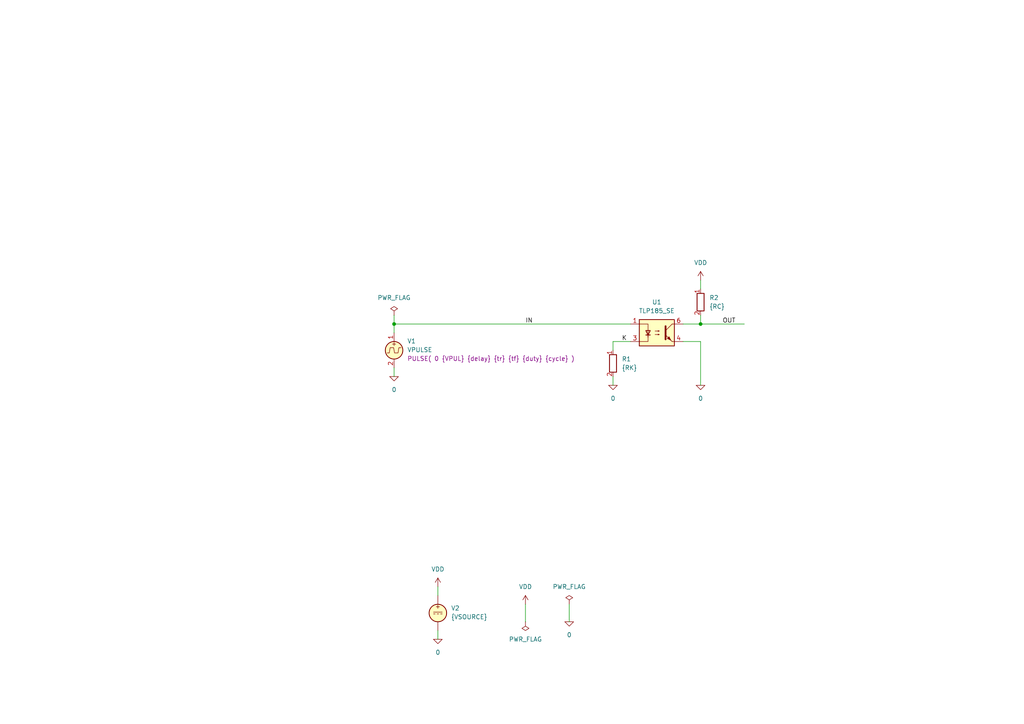
<source format=kicad_sch>
(kicad_sch
	(version 20250114)
	(generator "eeschema")
	(generator_version "9.0")
	(uuid "6b17515a-6c4a-46ec-a63b-b833ce46a3c4")
	(paper "A4")
	(title_block
		(title "Max:50Ma; Isolation Voltage:3.75Kv; Ctr Min:50%, DC.")
		(date "2025-07-08")
		(rev "1")
		(company "astroelectronic@")
		(comment 1 "-")
		(comment 2 "-")
		(comment 3 "-")
		(comment 4 "AE01009185")
	)
	(lib_symbols
		(symbol "TLP185:0"
			(power)
			(pin_names
				(offset 0)
			)
			(exclude_from_sim no)
			(in_bom yes)
			(on_board yes)
			(property "Reference" "#GND"
				(at 0 -2.54 0)
				(effects
					(font
						(size 1.27 1.27)
					)
					(hide yes)
				)
			)
			(property "Value" "0"
				(at 0 -1.778 0)
				(effects
					(font
						(size 1.27 1.27)
					)
				)
			)
			(property "Footprint" ""
				(at 0 0 0)
				(effects
					(font
						(size 1.27 1.27)
					)
					(hide yes)
				)
			)
			(property "Datasheet" "~"
				(at 0 0 0)
				(effects
					(font
						(size 1.27 1.27)
					)
					(hide yes)
				)
			)
			(property "Description" "0V reference potential for simulation"
				(at 0 0 0)
				(effects
					(font
						(size 1.27 1.27)
					)
					(hide yes)
				)
			)
			(property "ki_keywords" "simulation"
				(at 0 0 0)
				(effects
					(font
						(size 1.27 1.27)
					)
					(hide yes)
				)
			)
			(symbol "0_0_1"
				(polyline
					(pts
						(xy -1.27 0) (xy 0 -1.27) (xy 1.27 0) (xy -1.27 0)
					)
					(stroke
						(width 0)
						(type default)
					)
					(fill
						(type none)
					)
				)
			)
			(symbol "0_1_1"
				(pin power_in line
					(at 0 0 0)
					(length 0)
					(hide yes)
					(name "0"
						(effects
							(font
								(size 1.016 1.016)
							)
						)
					)
					(number "1"
						(effects
							(font
								(size 1.016 1.016)
							)
						)
					)
				)
			)
			(embedded_fonts no)
		)
		(symbol "TLP185:PWR_FLAG"
			(power)
			(pin_numbers
				(hide yes)
			)
			(pin_names
				(offset 0)
				(hide yes)
			)
			(exclude_from_sim no)
			(in_bom yes)
			(on_board yes)
			(property "Reference" "#FLG"
				(at 0 1.905 0)
				(effects
					(font
						(size 1.27 1.27)
					)
					(hide yes)
				)
			)
			(property "Value" "PWR_FLAG"
				(at 0 3.81 0)
				(effects
					(font
						(size 1.27 1.27)
					)
				)
			)
			(property "Footprint" ""
				(at 0 0 0)
				(effects
					(font
						(size 1.27 1.27)
					)
					(hide yes)
				)
			)
			(property "Datasheet" "~"
				(at 0 0 0)
				(effects
					(font
						(size 1.27 1.27)
					)
					(hide yes)
				)
			)
			(property "Description" "Special symbol for telling ERC where power comes from"
				(at 0 0 0)
				(effects
					(font
						(size 1.27 1.27)
					)
					(hide yes)
				)
			)
			(property "ki_keywords" "flag power"
				(at 0 0 0)
				(effects
					(font
						(size 1.27 1.27)
					)
					(hide yes)
				)
			)
			(symbol "PWR_FLAG_0_0"
				(pin power_out line
					(at 0 0 90)
					(length 0)
					(name "pwr"
						(effects
							(font
								(size 1.27 1.27)
							)
						)
					)
					(number "1"
						(effects
							(font
								(size 1.27 1.27)
							)
						)
					)
				)
			)
			(symbol "PWR_FLAG_0_1"
				(polyline
					(pts
						(xy 0 0) (xy 0 1.27) (xy -1.016 1.905) (xy 0 2.54) (xy 1.016 1.905) (xy 0 1.27)
					)
					(stroke
						(width 0)
						(type default)
					)
					(fill
						(type none)
					)
				)
			)
			(embedded_fonts no)
		)
		(symbol "TLP185:R"
			(pin_names
				(offset 0)
				(hide yes)
			)
			(exclude_from_sim no)
			(in_bom yes)
			(on_board yes)
			(property "Reference" "R"
				(at 2.032 0 90)
				(effects
					(font
						(size 1.27 1.27)
					)
				)
			)
			(property "Value" "R"
				(at 0 0 90)
				(effects
					(font
						(size 1.27 1.27)
					)
				)
			)
			(property "Footprint" ""
				(at -1.778 0 90)
				(effects
					(font
						(size 1.27 1.27)
					)
					(hide yes)
				)
			)
			(property "Datasheet" "~"
				(at 0 0 0)
				(effects
					(font
						(size 1.27 1.27)
					)
					(hide yes)
				)
			)
			(property "Description" "Resistor"
				(at 0 0 0)
				(effects
					(font
						(size 1.27 1.27)
					)
					(hide yes)
				)
			)
			(property "ki_keywords" "R res resistor"
				(at 0 0 0)
				(effects
					(font
						(size 1.27 1.27)
					)
					(hide yes)
				)
			)
			(property "ki_fp_filters" "R_*"
				(at 0 0 0)
				(effects
					(font
						(size 1.27 1.27)
					)
					(hide yes)
				)
			)
			(symbol "R_0_1"
				(rectangle
					(start -1.016 -2.54)
					(end 1.016 2.54)
					(stroke
						(width 0.254)
						(type default)
					)
					(fill
						(type none)
					)
				)
			)
			(symbol "R_1_1"
				(pin passive line
					(at 0 3.81 270)
					(length 1.27)
					(name "~"
						(effects
							(font
								(size 1.27 1.27)
							)
						)
					)
					(number "1"
						(effects
							(font
								(size 1.27 1.27)
							)
						)
					)
				)
				(pin passive line
					(at 0 -3.81 90)
					(length 1.27)
					(name "~"
						(effects
							(font
								(size 1.27 1.27)
							)
						)
					)
					(number "2"
						(effects
							(font
								(size 1.27 1.27)
							)
						)
					)
				)
			)
			(embedded_fonts no)
		)
		(symbol "TLP185:TLP185"
			(exclude_from_sim no)
			(in_bom yes)
			(on_board yes)
			(property "Reference" "U"
				(at -5.08 5.08 0)
				(effects
					(font
						(size 1.27 1.27)
					)
					(justify left)
				)
			)
			(property "Value" "TLP185"
				(at 0 5.08 0)
				(effects
					(font
						(size 1.27 1.27)
					)
					(justify left)
				)
			)
			(property "Footprint" ""
				(at -5.08 -5.08 0)
				(effects
					(font
						(size 1.27 1.27)
					)
					(justify left)
					(hide yes)
				)
			)
			(property "Datasheet" "~"
				(at 0 0 0)
				(effects
					(font
						(size 1.27 1.27)
					)
					(justify left)
					(hide yes)
				)
			)
			(property "Description" ""
				(at 0 0 0)
				(effects
					(font
						(size 1.27 1.27)
					)
					(hide yes)
				)
			)
			(property "ki_fp_filters" "SOIC*4.55x2.6mm*P1.27mm*"
				(at 0 0 0)
				(effects
					(font
						(size 1.27 1.27)
					)
					(hide yes)
				)
			)
			(symbol "TLP185_0_1"
				(rectangle
					(start -5.08 3.81)
					(end 5.08 -3.81)
					(stroke
						(width 0.254)
						(type default)
					)
					(fill
						(type background)
					)
				)
				(polyline
					(pts
						(xy -5.08 2.54) (xy -2.54 2.54) (xy -2.54 -1.27) (xy -2.54 0.635)
					)
					(stroke
						(width 0)
						(type default)
					)
					(fill
						(type none)
					)
				)
				(polyline
					(pts
						(xy -3.175 -0.635) (xy -1.905 -0.635)
					)
					(stroke
						(width 0.254)
						(type default)
					)
					(fill
						(type none)
					)
				)
				(polyline
					(pts
						(xy -2.54 -0.635) (xy -2.54 -2.54) (xy -5.08 -2.54)
					)
					(stroke
						(width 0)
						(type default)
					)
					(fill
						(type none)
					)
				)
				(polyline
					(pts
						(xy -2.54 -0.635) (xy -3.175 0.635) (xy -1.905 0.635) (xy -2.54 -0.635)
					)
					(stroke
						(width 0.254)
						(type default)
					)
					(fill
						(type none)
					)
				)
				(polyline
					(pts
						(xy -0.508 0.508) (xy 0.762 0.508) (xy 0.381 0.381) (xy 0.381 0.635) (xy 0.762 0.508)
					)
					(stroke
						(width 0)
						(type default)
					)
					(fill
						(type none)
					)
				)
				(polyline
					(pts
						(xy -0.508 -0.508) (xy 0.762 -0.508) (xy 0.381 -0.635) (xy 0.381 -0.381) (xy 0.762 -0.508)
					)
					(stroke
						(width 0)
						(type default)
					)
					(fill
						(type none)
					)
				)
				(polyline
					(pts
						(xy 2.54 1.905) (xy 2.54 -1.905) (xy 2.54 -1.905)
					)
					(stroke
						(width 0.508)
						(type default)
					)
					(fill
						(type none)
					)
				)
				(polyline
					(pts
						(xy 2.54 0.635) (xy 4.445 2.54)
					)
					(stroke
						(width 0)
						(type default)
					)
					(fill
						(type none)
					)
				)
				(polyline
					(pts
						(xy 3.048 -1.651) (xy 3.556 -1.143) (xy 4.064 -2.159) (xy 3.048 -1.651) (xy 3.048 -1.651)
					)
					(stroke
						(width 0)
						(type default)
					)
					(fill
						(type outline)
					)
				)
				(polyline
					(pts
						(xy 4.445 2.54) (xy 5.08 2.54)
					)
					(stroke
						(width 0)
						(type default)
					)
					(fill
						(type none)
					)
				)
				(polyline
					(pts
						(xy 4.445 -2.54) (xy 2.54 -0.635)
					)
					(stroke
						(width 0)
						(type default)
					)
					(fill
						(type outline)
					)
				)
				(polyline
					(pts
						(xy 4.445 -2.54) (xy 5.08 -2.54)
					)
					(stroke
						(width 0)
						(type default)
					)
					(fill
						(type none)
					)
				)
			)
			(symbol "TLP185_1_1"
				(pin passive line
					(at -7.62 2.54 0)
					(length 2.54)
					(name "~"
						(effects
							(font
								(size 1.27 1.27)
							)
						)
					)
					(number "1"
						(effects
							(font
								(size 1.27 1.27)
							)
						)
					)
				)
				(pin passive line
					(at -7.62 -2.54 0)
					(length 2.54)
					(name "~"
						(effects
							(font
								(size 1.27 1.27)
							)
						)
					)
					(number "3"
						(effects
							(font
								(size 1.27 1.27)
							)
						)
					)
				)
				(pin passive line
					(at 7.62 2.54 180)
					(length 2.54)
					(name "~"
						(effects
							(font
								(size 1.27 1.27)
							)
						)
					)
					(number "6"
						(effects
							(font
								(size 1.27 1.27)
							)
						)
					)
				)
				(pin passive line
					(at 7.62 -2.54 180)
					(length 2.54)
					(name "~"
						(effects
							(font
								(size 1.27 1.27)
							)
						)
					)
					(number "4"
						(effects
							(font
								(size 1.27 1.27)
							)
						)
					)
				)
			)
			(embedded_fonts no)
		)
		(symbol "TLP185:VDC"
			(pin_numbers
				(hide yes)
			)
			(pin_names
				(offset 0.0254)
			)
			(exclude_from_sim no)
			(in_bom yes)
			(on_board yes)
			(property "Reference" "V"
				(at 2.54 2.54 0)
				(effects
					(font
						(size 1.27 1.27)
					)
					(justify left)
				)
			)
			(property "Value" "1"
				(at 2.54 0 0)
				(effects
					(font
						(size 1.27 1.27)
					)
					(justify left)
				)
			)
			(property "Footprint" ""
				(at 0 0 0)
				(effects
					(font
						(size 1.27 1.27)
					)
					(hide yes)
				)
			)
			(property "Datasheet" "~"
				(at 0 0 0)
				(effects
					(font
						(size 1.27 1.27)
					)
					(hide yes)
				)
			)
			(property "Description" "Voltage source, DC"
				(at 0 0 0)
				(effects
					(font
						(size 1.27 1.27)
					)
					(hide yes)
				)
			)
			(property "Sim.Pins" "1=+ 2=-"
				(at 0 0 0)
				(effects
					(font
						(size 1.27 1.27)
					)
					(hide yes)
				)
			)
			(property "Sim.Type" "DC"
				(at 0 0 0)
				(effects
					(font
						(size 1.27 1.27)
					)
					(hide yes)
				)
			)
			(property "Sim.Device" "V"
				(at 0 0 0)
				(effects
					(font
						(size 1.27 1.27)
					)
					(justify left)
					(hide yes)
				)
			)
			(property "Spice_Netlist_Enabled" "Y"
				(at 0 0 0)
				(effects
					(font
						(size 1.27 1.27)
					)
					(justify left)
					(hide yes)
				)
			)
			(property "ki_keywords" "simulation"
				(at 0 0 0)
				(effects
					(font
						(size 1.27 1.27)
					)
					(hide yes)
				)
			)
			(symbol "VDC_0_0"
				(polyline
					(pts
						(xy -1.27 0.254) (xy 1.27 0.254)
					)
					(stroke
						(width 0)
						(type default)
					)
					(fill
						(type none)
					)
				)
				(polyline
					(pts
						(xy -0.762 -0.254) (xy -1.27 -0.254)
					)
					(stroke
						(width 0)
						(type default)
					)
					(fill
						(type none)
					)
				)
				(polyline
					(pts
						(xy 0.254 -0.254) (xy -0.254 -0.254)
					)
					(stroke
						(width 0)
						(type default)
					)
					(fill
						(type none)
					)
				)
				(polyline
					(pts
						(xy 1.27 -0.254) (xy 0.762 -0.254)
					)
					(stroke
						(width 0)
						(type default)
					)
					(fill
						(type none)
					)
				)
				(text "+"
					(at 0 1.905 0)
					(effects
						(font
							(size 1.27 1.27)
						)
					)
				)
			)
			(symbol "VDC_0_1"
				(circle
					(center 0 0)
					(radius 2.54)
					(stroke
						(width 0.254)
						(type default)
					)
					(fill
						(type background)
					)
				)
			)
			(symbol "VDC_1_1"
				(pin passive line
					(at 0 5.08 270)
					(length 2.54)
					(name "~"
						(effects
							(font
								(size 1.27 1.27)
							)
						)
					)
					(number "1"
						(effects
							(font
								(size 1.27 1.27)
							)
						)
					)
				)
				(pin passive line
					(at 0 -5.08 90)
					(length 2.54)
					(name "~"
						(effects
							(font
								(size 1.27 1.27)
							)
						)
					)
					(number "2"
						(effects
							(font
								(size 1.27 1.27)
							)
						)
					)
				)
			)
			(embedded_fonts no)
		)
		(symbol "TLP185:VDD"
			(power)
			(pin_names
				(offset 0)
			)
			(exclude_from_sim no)
			(in_bom yes)
			(on_board yes)
			(property "Reference" "#PWR"
				(at 0 -3.81 0)
				(effects
					(font
						(size 1.27 1.27)
					)
					(hide yes)
				)
			)
			(property "Value" "VDD"
				(at 0 3.81 0)
				(effects
					(font
						(size 1.27 1.27)
					)
				)
			)
			(property "Footprint" ""
				(at 0 0 0)
				(effects
					(font
						(size 1.27 1.27)
					)
					(hide yes)
				)
			)
			(property "Datasheet" ""
				(at 0 0 0)
				(effects
					(font
						(size 1.27 1.27)
					)
					(hide yes)
				)
			)
			(property "Description" "Power symbol creates a global label with name \"VDD\""
				(at 0 0 0)
				(effects
					(font
						(size 1.27 1.27)
					)
					(hide yes)
				)
			)
			(property "ki_keywords" "global power"
				(at 0 0 0)
				(effects
					(font
						(size 1.27 1.27)
					)
					(hide yes)
				)
			)
			(symbol "VDD_0_1"
				(polyline
					(pts
						(xy -0.762 1.27) (xy 0 2.54)
					)
					(stroke
						(width 0)
						(type default)
					)
					(fill
						(type none)
					)
				)
				(polyline
					(pts
						(xy 0 2.54) (xy 0.762 1.27)
					)
					(stroke
						(width 0)
						(type default)
					)
					(fill
						(type none)
					)
				)
				(polyline
					(pts
						(xy 0 0) (xy 0 2.54)
					)
					(stroke
						(width 0)
						(type default)
					)
					(fill
						(type none)
					)
				)
			)
			(symbol "VDD_1_1"
				(pin power_in line
					(at 0 0 90)
					(length 0)
					(hide yes)
					(name "VDD"
						(effects
							(font
								(size 1.27 1.27)
							)
						)
					)
					(number "1"
						(effects
							(font
								(size 1.27 1.27)
							)
						)
					)
				)
			)
			(embedded_fonts no)
		)
		(symbol "TLP185:VPULSE"
			(pin_names
				(offset 0.0254)
				(hide yes)
			)
			(exclude_from_sim no)
			(in_bom yes)
			(on_board yes)
			(property "Reference" "V"
				(at 2.54 2.54 0)
				(effects
					(font
						(size 1.27 1.27)
					)
					(justify left)
				)
			)
			(property "Value" "VPULSE"
				(at 2.54 0 0)
				(effects
					(font
						(size 1.27 1.27)
					)
					(justify left)
				)
			)
			(property "Footprint" ""
				(at 0 0 0)
				(effects
					(font
						(size 1.27 1.27)
					)
					(hide yes)
				)
			)
			(property "Datasheet" "~"
				(at 0 0 0)
				(effects
					(font
						(size 1.27 1.27)
					)
					(hide yes)
				)
			)
			(property "Description" "Voltage source, pulse"
				(at 0 0 0)
				(effects
					(font
						(size 1.27 1.27)
					)
					(hide yes)
				)
			)
			(property "Sim.Pins" "1=+ 2=-"
				(at 0 0 0)
				(effects
					(font
						(size 1.27 1.27)
					)
					(hide yes)
				)
			)
			(property "Sim.Type" "PULSE"
				(at 0 0 0)
				(effects
					(font
						(size 1.27 1.27)
					)
					(hide yes)
				)
			)
			(property "Sim.Device" "V"
				(at 0 0 0)
				(effects
					(font
						(size 1.27 1.27)
					)
					(justify left)
					(hide yes)
				)
			)
			(property "Sim.Params" "y1=0 y2=1 td=2n tr=2n tf=2n tw=50n per=100n"
				(at 2.54 -2.54 0)
				(effects
					(font
						(size 1.27 1.27)
					)
					(justify left)
				)
			)
			(property "Spice_Netlist_Enabled" "Y"
				(at 0 0 0)
				(effects
					(font
						(size 1.27 1.27)
					)
					(justify left)
					(hide yes)
				)
			)
			(property "ki_keywords" "simulation"
				(at 0 0 0)
				(effects
					(font
						(size 1.27 1.27)
					)
					(hide yes)
				)
			)
			(symbol "VPULSE_0_0"
				(polyline
					(pts
						(xy -2.032 -0.762) (xy -1.397 -0.762) (xy -1.143 0.762) (xy -0.127 0.762) (xy 0.127 -0.762) (xy 1.143 -0.762)
						(xy 1.397 0.762) (xy 2.032 0.762)
					)
					(stroke
						(width 0)
						(type default)
					)
					(fill
						(type none)
					)
				)
				(text "+"
					(at 0 1.905 0)
					(effects
						(font
							(size 1.27 1.27)
						)
					)
				)
			)
			(symbol "VPULSE_0_1"
				(circle
					(center 0 0)
					(radius 2.54)
					(stroke
						(width 0.254)
						(type default)
					)
					(fill
						(type background)
					)
				)
			)
			(symbol "VPULSE_1_1"
				(pin passive line
					(at 0 5.08 270)
					(length 2.54)
					(name "~"
						(effects
							(font
								(size 1.27 1.27)
							)
						)
					)
					(number "1"
						(effects
							(font
								(size 1.27 1.27)
							)
						)
					)
				)
				(pin passive line
					(at 0 -5.08 90)
					(length 2.54)
					(name "~"
						(effects
							(font
								(size 1.27 1.27)
							)
						)
					)
					(number "2"
						(effects
							(font
								(size 1.27 1.27)
							)
						)
					)
				)
			)
			(embedded_fonts no)
		)
	)
	(junction
		(at 114.3 93.98)
		(diameter 0)
		(color 0 0 0 0)
		(uuid "056ca1fe-b954-4deb-b0e8-999ad05fb26e")
	)
	(junction
		(at 203.2 93.98)
		(diameter 0)
		(color 0 0 0 0)
		(uuid "7cc5533b-8fd2-46d0-bb81-fba03cf38e9d")
	)
	(wire
		(pts
			(xy 203.2 91.44) (xy 203.2 93.98)
		)
		(stroke
			(width 0)
			(type default)
		)
		(uuid "2702c66e-264b-4581-b6f8-4327b0332c95")
	)
	(wire
		(pts
			(xy 203.2 81.28) (xy 203.2 83.82)
		)
		(stroke
			(width 0)
			(type default)
		)
		(uuid "34013d11-510f-4e87-938c-cc5cbb50812e")
	)
	(wire
		(pts
			(xy 114.3 106.68) (xy 114.3 109.22)
		)
		(stroke
			(width 0)
			(type default)
		)
		(uuid "39e94522-166a-44cc-9051-06f8cb94cb14")
	)
	(wire
		(pts
			(xy 177.8 99.06) (xy 177.8 101.6)
		)
		(stroke
			(width 0)
			(type default)
		)
		(uuid "49e364a9-2521-4229-bce8-3c4feba8f054")
	)
	(wire
		(pts
			(xy 165.1 175.26) (xy 165.1 180.34)
		)
		(stroke
			(width 0)
			(type default)
		)
		(uuid "593c49e2-a5df-4a21-8198-0b3980dd76a5")
	)
	(wire
		(pts
			(xy 152.4 175.26) (xy 152.4 180.34)
		)
		(stroke
			(width 0)
			(type default)
		)
		(uuid "612ace9c-1cba-4c15-9512-867b9599c46b")
	)
	(wire
		(pts
			(xy 114.3 93.98) (xy 114.3 96.52)
		)
		(stroke
			(width 0)
			(type default)
		)
		(uuid "76f95a89-e387-45a1-a7c6-17b05ac000d2")
	)
	(wire
		(pts
			(xy 182.88 99.06) (xy 177.8 99.06)
		)
		(stroke
			(width 0)
			(type default)
		)
		(uuid "7a30dd7e-2fac-4720-9c11-5e8f0ed84fac")
	)
	(wire
		(pts
			(xy 198.12 99.06) (xy 203.2 99.06)
		)
		(stroke
			(width 0)
			(type default)
		)
		(uuid "a3bf6b6b-5d4d-4174-9276-10752b7d3e9d")
	)
	(wire
		(pts
			(xy 127 170.18) (xy 127 172.72)
		)
		(stroke
			(width 0)
			(type default)
		)
		(uuid "a7d3ee20-3790-4980-a42b-9d85d52ee4a1")
	)
	(wire
		(pts
			(xy 114.3 91.44) (xy 114.3 93.98)
		)
		(stroke
			(width 0)
			(type default)
		)
		(uuid "b01004a5-5857-4d79-ab80-095d40e48956")
	)
	(wire
		(pts
			(xy 203.2 99.06) (xy 203.2 111.76)
		)
		(stroke
			(width 0)
			(type default)
		)
		(uuid "b575850e-a708-4a5a-bcb1-3bdd35416fd9")
	)
	(wire
		(pts
			(xy 198.12 93.98) (xy 203.2 93.98)
		)
		(stroke
			(width 0)
			(type default)
		)
		(uuid "c93cb24e-425a-41ca-9ba0-481d69c91761")
	)
	(wire
		(pts
			(xy 114.3 93.98) (xy 182.88 93.98)
		)
		(stroke
			(width 0)
			(type default)
		)
		(uuid "cccdca07-bea0-40dd-83f2-827958ceedef")
	)
	(wire
		(pts
			(xy 203.2 93.98) (xy 215.9 93.98)
		)
		(stroke
			(width 0)
			(type default)
		)
		(uuid "d584a0e8-70a7-422c-b613-a5fad403d86a")
	)
	(wire
		(pts
			(xy 127 182.88) (xy 127 185.42)
		)
		(stroke
			(width 0)
			(type default)
		)
		(uuid "d7723a3c-845b-4eb4-a6bf-8a38a6fe8274")
	)
	(wire
		(pts
			(xy 177.8 109.22) (xy 177.8 111.76)
		)
		(stroke
			(width 0)
			(type default)
		)
		(uuid "f10f2754-4a08-42c5-9b56-95d2a8aed563")
	)
	(label "IN"
		(at 152.4 93.98 0)
		(effects
			(font
				(size 1.27 1.27)
			)
			(justify left bottom)
		)
		(uuid "ba7d1e54-ca16-4427-9290-fc36bd9e6ff6")
	)
	(label "OUT"
		(at 209.55 93.98 0)
		(effects
			(font
				(size 1.27 1.27)
			)
			(justify left bottom)
		)
		(uuid "c4f86c17-8844-4d10-9073-c0b92b4cbd9f")
	)
	(label "K"
		(at 180.34 99.06 0)
		(effects
			(font
				(size 1.27 1.27)
			)
			(justify left bottom)
		)
		(uuid "d3607c2e-1c58-44a3-84d1-dde27b563f1b")
	)
	(symbol
		(lib_id "TLP185:R")
		(at 203.2 87.63 0)
		(unit 1)
		(exclude_from_sim no)
		(in_bom yes)
		(on_board yes)
		(dnp no)
		(fields_autoplaced yes)
		(uuid "0606400d-67f8-4706-a9b3-3828a33b3440")
		(property "Reference" "R2"
			(at 205.74 86.3599 0)
			(effects
				(font
					(size 1.27 1.27)
				)
				(justify left)
			)
		)
		(property "Value" "{RC}"
			(at 205.74 88.8999 0)
			(effects
				(font
					(size 1.27 1.27)
				)
				(justify left)
			)
		)
		(property "Footprint" ""
			(at 201.422 87.63 90)
			(effects
				(font
					(size 1.27 1.27)
				)
				(hide yes)
			)
		)
		(property "Datasheet" "~"
			(at 203.2 87.63 0)
			(effects
				(font
					(size 1.27 1.27)
				)
				(hide yes)
			)
		)
		(property "Description" "Resistor"
			(at 203.2 87.63 0)
			(effects
				(font
					(size 1.27 1.27)
				)
				(hide yes)
			)
		)
		(pin "2"
			(uuid "d776f0e7-b2a5-4bf3-b81e-7c362ff11939")
		)
		(pin "1"
			(uuid "2b33c4f4-9af2-4c13-a85c-d021abce6d3b")
		)
		(instances
			(project "TLP185"
				(path "/6b17515a-6c4a-46ec-a63b-b833ce46a3c4"
					(reference "R2")
					(unit 1)
				)
			)
		)
	)
	(symbol
		(lib_id "TLP185:PWR_FLAG")
		(at 165.1 175.26 0)
		(unit 1)
		(exclude_from_sim no)
		(in_bom yes)
		(on_board yes)
		(dnp no)
		(fields_autoplaced yes)
		(uuid "083cd355-0705-466a-9708-2e1fb7f37dd7")
		(property "Reference" "#FLG02"
			(at 165.1 173.355 0)
			(effects
				(font
					(size 1.27 1.27)
				)
				(hide yes)
			)
		)
		(property "Value" "PWR_FLAG"
			(at 165.1 170.18 0)
			(effects
				(font
					(size 1.27 1.27)
				)
			)
		)
		(property "Footprint" ""
			(at 165.1 175.26 0)
			(effects
				(font
					(size 1.27 1.27)
				)
				(hide yes)
			)
		)
		(property "Datasheet" "~"
			(at 165.1 175.26 0)
			(effects
				(font
					(size 1.27 1.27)
				)
				(hide yes)
			)
		)
		(property "Description" "Special symbol for telling ERC where power comes from"
			(at 165.1 175.26 0)
			(effects
				(font
					(size 1.27 1.27)
				)
				(hide yes)
			)
		)
		(pin "1"
			(uuid "4e8ad974-d7fb-4d4f-9bf9-c7e57ce2e35e")
		)
		(instances
			(project "TLP185"
				(path "/6b17515a-6c4a-46ec-a63b-b833ce46a3c4"
					(reference "#FLG02")
					(unit 1)
				)
			)
		)
	)
	(symbol
		(lib_id "TLP185:VDD")
		(at 127 170.18 0)
		(unit 1)
		(exclude_from_sim no)
		(in_bom yes)
		(on_board yes)
		(dnp no)
		(fields_autoplaced yes)
		(uuid "62a60ed7-0676-4f90-9505-276c41e99779")
		(property "Reference" "#PWR02"
			(at 127 173.99 0)
			(effects
				(font
					(size 1.27 1.27)
				)
				(hide yes)
			)
		)
		(property "Value" "VDD"
			(at 127 165.1 0)
			(effects
				(font
					(size 1.27 1.27)
				)
			)
		)
		(property "Footprint" ""
			(at 127 170.18 0)
			(effects
				(font
					(size 1.27 1.27)
				)
				(hide yes)
			)
		)
		(property "Datasheet" ""
			(at 127 170.18 0)
			(effects
				(font
					(size 1.27 1.27)
				)
				(hide yes)
			)
		)
		(property "Description" "Power symbol creates a global label with name \"VDD\""
			(at 127 170.18 0)
			(effects
				(font
					(size 1.27 1.27)
				)
				(hide yes)
			)
		)
		(pin "1"
			(uuid "eda5ffca-2b61-408e-b4cb-9ed5563f7655")
		)
		(instances
			(project "TLP185"
				(path "/6b17515a-6c4a-46ec-a63b-b833ce46a3c4"
					(reference "#PWR02")
					(unit 1)
				)
			)
		)
	)
	(symbol
		(lib_id "TLP185:VDD")
		(at 203.2 81.28 0)
		(unit 1)
		(exclude_from_sim no)
		(in_bom yes)
		(on_board yes)
		(dnp no)
		(fields_autoplaced yes)
		(uuid "6c1d49d9-bb31-41ca-b768-287004d2f065")
		(property "Reference" "#PWR01"
			(at 203.2 85.09 0)
			(effects
				(font
					(size 1.27 1.27)
				)
				(hide yes)
			)
		)
		(property "Value" "VDD"
			(at 203.2 76.2 0)
			(effects
				(font
					(size 1.27 1.27)
				)
			)
		)
		(property "Footprint" ""
			(at 203.2 81.28 0)
			(effects
				(font
					(size 1.27 1.27)
				)
				(hide yes)
			)
		)
		(property "Datasheet" ""
			(at 203.2 81.28 0)
			(effects
				(font
					(size 1.27 1.27)
				)
				(hide yes)
			)
		)
		(property "Description" "Power symbol creates a global label with name \"VDD\""
			(at 203.2 81.28 0)
			(effects
				(font
					(size 1.27 1.27)
				)
				(hide yes)
			)
		)
		(pin "1"
			(uuid "93bb6bf4-5b06-489f-936d-3e037857d667")
		)
		(instances
			(project "TLP185"
				(path "/6b17515a-6c4a-46ec-a63b-b833ce46a3c4"
					(reference "#PWR01")
					(unit 1)
				)
			)
		)
	)
	(symbol
		(lib_id "TLP185:0")
		(at 165.1 180.34 0)
		(unit 1)
		(exclude_from_sim no)
		(in_bom yes)
		(on_board yes)
		(dnp no)
		(fields_autoplaced yes)
		(uuid "7154320e-0254-43c1-ada9-a04045e148ea")
		(property "Reference" "#GND05"
			(at 165.1 182.88 0)
			(effects
				(font
					(size 1.27 1.27)
				)
				(hide yes)
			)
		)
		(property "Value" "0"
			(at 165.1 184.15 0)
			(effects
				(font
					(size 1.27 1.27)
				)
			)
		)
		(property "Footprint" ""
			(at 165.1 180.34 0)
			(effects
				(font
					(size 1.27 1.27)
				)
				(hide yes)
			)
		)
		(property "Datasheet" "~"
			(at 165.1 180.34 0)
			(effects
				(font
					(size 1.27 1.27)
				)
				(hide yes)
			)
		)
		(property "Description" "0V reference potential for simulation"
			(at 165.1 180.34 0)
			(effects
				(font
					(size 1.27 1.27)
				)
				(hide yes)
			)
		)
		(pin "1"
			(uuid "9d076c22-6245-43be-bd11-6d4c02d08777")
		)
		(instances
			(project "TLP185"
				(path "/6b17515a-6c4a-46ec-a63b-b833ce46a3c4"
					(reference "#GND05")
					(unit 1)
				)
			)
		)
	)
	(symbol
		(lib_id "TLP185:0")
		(at 127 185.42 0)
		(unit 1)
		(exclude_from_sim no)
		(in_bom yes)
		(on_board yes)
		(dnp no)
		(fields_autoplaced yes)
		(uuid "8a7ab145-1b03-4744-a0c1-eaf5c62c58b1")
		(property "Reference" "#GND04"
			(at 127 187.96 0)
			(effects
				(font
					(size 1.27 1.27)
				)
				(hide yes)
			)
		)
		(property "Value" "0"
			(at 127 189.23 0)
			(effects
				(font
					(size 1.27 1.27)
				)
			)
		)
		(property "Footprint" ""
			(at 127 185.42 0)
			(effects
				(font
					(size 1.27 1.27)
				)
				(hide yes)
			)
		)
		(property "Datasheet" "~"
			(at 127 185.42 0)
			(effects
				(font
					(size 1.27 1.27)
				)
				(hide yes)
			)
		)
		(property "Description" "0V reference potential for simulation"
			(at 127 185.42 0)
			(effects
				(font
					(size 1.27 1.27)
				)
				(hide yes)
			)
		)
		(pin "1"
			(uuid "8cf3d99a-3d6b-4867-b231-25b1ff4a05ee")
		)
		(instances
			(project "TLP185"
				(path "/6b17515a-6c4a-46ec-a63b-b833ce46a3c4"
					(reference "#GND04")
					(unit 1)
				)
			)
		)
	)
	(symbol
		(lib_id "TLP185:0")
		(at 177.8 111.76 0)
		(unit 1)
		(exclude_from_sim no)
		(in_bom yes)
		(on_board yes)
		(dnp no)
		(fields_autoplaced yes)
		(uuid "9623ea41-2ac5-44c3-b1f5-ca5522ef3b53")
		(property "Reference" "#GND02"
			(at 177.8 114.3 0)
			(effects
				(font
					(size 1.27 1.27)
				)
				(hide yes)
			)
		)
		(property "Value" "0"
			(at 177.8 115.57 0)
			(effects
				(font
					(size 1.27 1.27)
				)
			)
		)
		(property "Footprint" ""
			(at 177.8 111.76 0)
			(effects
				(font
					(size 1.27 1.27)
				)
				(hide yes)
			)
		)
		(property "Datasheet" "~"
			(at 177.8 111.76 0)
			(effects
				(font
					(size 1.27 1.27)
				)
				(hide yes)
			)
		)
		(property "Description" "0V reference potential for simulation"
			(at 177.8 111.76 0)
			(effects
				(font
					(size 1.27 1.27)
				)
				(hide yes)
			)
		)
		(pin "1"
			(uuid "8bf4e401-4aff-4d3f-999a-a2c3234153eb")
		)
		(instances
			(project "TLP185"
				(path "/6b17515a-6c4a-46ec-a63b-b833ce46a3c4"
					(reference "#GND02")
					(unit 1)
				)
			)
		)
	)
	(symbol
		(lib_id "TLP185:R")
		(at 177.8 105.41 0)
		(unit 1)
		(exclude_from_sim no)
		(in_bom yes)
		(on_board yes)
		(dnp no)
		(fields_autoplaced yes)
		(uuid "97a1c947-000d-46d0-b9a6-7d679e1cdcd7")
		(property "Reference" "R1"
			(at 180.34 104.1399 0)
			(effects
				(font
					(size 1.27 1.27)
				)
				(justify left)
			)
		)
		(property "Value" "{RK}"
			(at 180.34 106.6799 0)
			(effects
				(font
					(size 1.27 1.27)
				)
				(justify left)
			)
		)
		(property "Footprint" ""
			(at 176.022 105.41 90)
			(effects
				(font
					(size 1.27 1.27)
				)
				(hide yes)
			)
		)
		(property "Datasheet" "~"
			(at 177.8 105.41 0)
			(effects
				(font
					(size 1.27 1.27)
				)
				(hide yes)
			)
		)
		(property "Description" "Resistor"
			(at 177.8 105.41 0)
			(effects
				(font
					(size 1.27 1.27)
				)
				(hide yes)
			)
		)
		(pin "2"
			(uuid "d7709648-a7a1-4426-8378-298c75330066")
		)
		(pin "1"
			(uuid "dc8c0090-8cb8-444d-a111-a9fff2c46bd0")
		)
		(instances
			(project "TLP185"
				(path "/6b17515a-6c4a-46ec-a63b-b833ce46a3c4"
					(reference "R1")
					(unit 1)
				)
			)
		)
	)
	(symbol
		(lib_id "TLP185:PWR_FLAG")
		(at 152.4 180.34 180)
		(unit 1)
		(exclude_from_sim no)
		(in_bom yes)
		(on_board yes)
		(dnp no)
		(fields_autoplaced yes)
		(uuid "b601d645-9cad-4a32-a122-df0622433b57")
		(property "Reference" "#FLG03"
			(at 152.4 182.245 0)
			(effects
				(font
					(size 1.27 1.27)
				)
				(hide yes)
			)
		)
		(property "Value" "PWR_FLAG"
			(at 152.4 185.42 0)
			(effects
				(font
					(size 1.27 1.27)
				)
			)
		)
		(property "Footprint" ""
			(at 152.4 180.34 0)
			(effects
				(font
					(size 1.27 1.27)
				)
				(hide yes)
			)
		)
		(property "Datasheet" "~"
			(at 152.4 180.34 0)
			(effects
				(font
					(size 1.27 1.27)
				)
				(hide yes)
			)
		)
		(property "Description" "Special symbol for telling ERC where power comes from"
			(at 152.4 180.34 0)
			(effects
				(font
					(size 1.27 1.27)
				)
				(hide yes)
			)
		)
		(pin "1"
			(uuid "a71b6397-23fb-4bf8-8465-84603526fd62")
		)
		(instances
			(project "TLP185"
				(path "/6b17515a-6c4a-46ec-a63b-b833ce46a3c4"
					(reference "#FLG03")
					(unit 1)
				)
			)
		)
	)
	(symbol
		(lib_id "TLP185:VPULSE")
		(at 114.3 101.6 0)
		(unit 1)
		(exclude_from_sim no)
		(in_bom yes)
		(on_board yes)
		(dnp no)
		(fields_autoplaced yes)
		(uuid "c7b97c45-370b-4446-831b-38967109645e")
		(property "Reference" "V1"
			(at 118.11 98.9301 0)
			(effects
				(font
					(size 1.27 1.27)
				)
				(justify left)
			)
		)
		(property "Value" "VPULSE"
			(at 118.11 101.4701 0)
			(effects
				(font
					(size 1.27 1.27)
				)
				(justify left)
			)
		)
		(property "Footprint" ""
			(at 114.3 101.6 0)
			(effects
				(font
					(size 1.27 1.27)
				)
				(hide yes)
			)
		)
		(property "Datasheet" "~"
			(at 114.3 101.6 0)
			(effects
				(font
					(size 1.27 1.27)
				)
				(hide yes)
			)
		)
		(property "Description" "Voltage source, pulse"
			(at 114.3 101.6 0)
			(effects
				(font
					(size 1.27 1.27)
				)
				(hide yes)
			)
		)
		(property "Sim.Pins" "1=+ 2=-"
			(at 114.3 101.6 0)
			(effects
				(font
					(size 1.27 1.27)
				)
				(hide yes)
			)
		)
		(property "Sim.Type" "PULSE"
			(at 114.3 101.6 0)
			(effects
				(font
					(size 1.27 1.27)
				)
				(hide yes)
			)
		)
		(property "Sim.Device" "V"
			(at 114.3 101.6 0)
			(effects
				(font
					(size 1.27 1.27)
				)
				(justify left)
				(hide yes)
			)
		)
		(property "Sim.Params" "PULSE( 0 {VPUL} {delay} {tr} {tf} {duty} {cycle} )"
			(at 118.11 104.0101 0)
			(effects
				(font
					(size 1.27 1.27)
				)
				(justify left)
			)
		)
		(pin "1"
			(uuid "45cf4a0d-50cc-49ed-9adf-81d619c6f73d")
		)
		(pin "2"
			(uuid "c0c259be-6be4-481b-8f9a-82be1fc78fd2")
		)
		(instances
			(project "TLP185"
				(path "/6b17515a-6c4a-46ec-a63b-b833ce46a3c4"
					(reference "V1")
					(unit 1)
				)
			)
		)
	)
	(symbol
		(lib_id "TLP185:0")
		(at 114.3 109.22 0)
		(unit 1)
		(exclude_from_sim no)
		(in_bom yes)
		(on_board yes)
		(dnp no)
		(fields_autoplaced yes)
		(uuid "d0d01790-88e1-48fb-8162-5916f0ad2d12")
		(property "Reference" "#GND01"
			(at 114.3 111.76 0)
			(effects
				(font
					(size 1.27 1.27)
				)
				(hide yes)
			)
		)
		(property "Value" "0"
			(at 114.3 113.03 0)
			(effects
				(font
					(size 1.27 1.27)
				)
			)
		)
		(property "Footprint" ""
			(at 114.3 109.22 0)
			(effects
				(font
					(size 1.27 1.27)
				)
				(hide yes)
			)
		)
		(property "Datasheet" "~"
			(at 114.3 109.22 0)
			(effects
				(font
					(size 1.27 1.27)
				)
				(hide yes)
			)
		)
		(property "Description" "0V reference potential for simulation"
			(at 114.3 109.22 0)
			(effects
				(font
					(size 1.27 1.27)
				)
				(hide yes)
			)
		)
		(pin "1"
			(uuid "11e87983-b6d9-4ff1-b1af-f915db15771f")
		)
		(instances
			(project "TLP185"
				(path "/6b17515a-6c4a-46ec-a63b-b833ce46a3c4"
					(reference "#GND01")
					(unit 1)
				)
			)
		)
	)
	(symbol
		(lib_id "TLP185:0")
		(at 203.2 111.76 0)
		(unit 1)
		(exclude_from_sim no)
		(in_bom yes)
		(on_board yes)
		(dnp no)
		(fields_autoplaced yes)
		(uuid "d4a256aa-5ae2-49bc-91a2-cd39508205ea")
		(property "Reference" "#GND03"
			(at 203.2 114.3 0)
			(effects
				(font
					(size 1.27 1.27)
				)
				(hide yes)
			)
		)
		(property "Value" "0"
			(at 203.2 115.57 0)
			(effects
				(font
					(size 1.27 1.27)
				)
			)
		)
		(property "Footprint" ""
			(at 203.2 111.76 0)
			(effects
				(font
					(size 1.27 1.27)
				)
				(hide yes)
			)
		)
		(property "Datasheet" "~"
			(at 203.2 111.76 0)
			(effects
				(font
					(size 1.27 1.27)
				)
				(hide yes)
			)
		)
		(property "Description" "0V reference potential for simulation"
			(at 203.2 111.76 0)
			(effects
				(font
					(size 1.27 1.27)
				)
				(hide yes)
			)
		)
		(pin "1"
			(uuid "275076be-bca3-4097-95cd-866de497e017")
		)
		(instances
			(project "TLP185"
				(path "/6b17515a-6c4a-46ec-a63b-b833ce46a3c4"
					(reference "#GND03")
					(unit 1)
				)
			)
		)
	)
	(symbol
		(lib_id "TLP185:VDD")
		(at 152.4 175.26 0)
		(unit 1)
		(exclude_from_sim no)
		(in_bom yes)
		(on_board yes)
		(dnp no)
		(fields_autoplaced yes)
		(uuid "d61b906b-47a0-4ae8-ba94-401065d095c7")
		(property "Reference" "#PWR03"
			(at 152.4 179.07 0)
			(effects
				(font
					(size 1.27 1.27)
				)
				(hide yes)
			)
		)
		(property "Value" "VDD"
			(at 152.4 170.18 0)
			(effects
				(font
					(size 1.27 1.27)
				)
			)
		)
		(property "Footprint" ""
			(at 152.4 175.26 0)
			(effects
				(font
					(size 1.27 1.27)
				)
				(hide yes)
			)
		)
		(property "Datasheet" ""
			(at 152.4 175.26 0)
			(effects
				(font
					(size 1.27 1.27)
				)
				(hide yes)
			)
		)
		(property "Description" "Power symbol creates a global label with name \"VDD\""
			(at 152.4 175.26 0)
			(effects
				(font
					(size 1.27 1.27)
				)
				(hide yes)
			)
		)
		(pin "1"
			(uuid "445cc053-fac4-4391-a656-0ab804ab984e")
		)
		(instances
			(project "TLP185"
				(path "/6b17515a-6c4a-46ec-a63b-b833ce46a3c4"
					(reference "#PWR03")
					(unit 1)
				)
			)
		)
	)
	(symbol
		(lib_id "TLP185:TLP185")
		(at 190.5 96.52 0)
		(unit 1)
		(exclude_from_sim no)
		(in_bom yes)
		(on_board yes)
		(dnp no)
		(fields_autoplaced yes)
		(uuid "d8684c8a-e571-4fe2-949d-1b58743b7dce")
		(property "Reference" "U1"
			(at 190.5 87.63 0)
			(effects
				(font
					(size 1.27 1.27)
				)
			)
		)
		(property "Value" "TLP185_SE"
			(at 190.5 90.17 0)
			(effects
				(font
					(size 1.27 1.27)
				)
			)
		)
		(property "Footprint" ""
			(at 185.42 101.6 0)
			(effects
				(font
					(size 1.27 1.27)
				)
				(justify left)
				(hide yes)
			)
		)
		(property "Datasheet" "~"
			(at 190.5 96.52 0)
			(effects
				(font
					(size 1.27 1.27)
				)
				(justify left)
				(hide yes)
			)
		)
		(property "Description" ""
			(at 190.5 96.52 0)
			(effects
				(font
					(size 1.27 1.27)
				)
				(hide yes)
			)
		)
		(property "Sim.Library" "TLP185_SE.mod"
			(at 190.5 96.52 0)
			(effects
				(font
					(size 1.27 1.27)
				)
				(hide yes)
			)
		)
		(pin "4"
			(uuid "b72854d3-bf40-4106-b907-8ace57007fe4")
		)
		(pin "3"
			(uuid "5c12d681-7ab6-4bb0-9450-b2bf629eff7f")
		)
		(pin "1"
			(uuid "e67795be-6326-45af-9266-8905b7525598")
		)
		(pin "6"
			(uuid "63f2b510-e610-4d30-9f4f-83b97a5f356b")
		)
		(instances
			(project "TLP185"
				(path "/6b17515a-6c4a-46ec-a63b-b833ce46a3c4"
					(reference "U1")
					(unit 1)
				)
			)
		)
	)
	(symbol
		(lib_id "TLP185:PWR_FLAG")
		(at 114.3 91.44 0)
		(unit 1)
		(exclude_from_sim no)
		(in_bom yes)
		(on_board yes)
		(dnp no)
		(fields_autoplaced yes)
		(uuid "daa72bef-4bd7-46cd-b23f-451b8583c032")
		(property "Reference" "#FLG01"
			(at 114.3 89.535 0)
			(effects
				(font
					(size 1.27 1.27)
				)
				(hide yes)
			)
		)
		(property "Value" "PWR_FLAG"
			(at 114.3 86.36 0)
			(effects
				(font
					(size 1.27 1.27)
				)
			)
		)
		(property "Footprint" ""
			(at 114.3 91.44 0)
			(effects
				(font
					(size 1.27 1.27)
				)
				(hide yes)
			)
		)
		(property "Datasheet" "~"
			(at 114.3 91.44 0)
			(effects
				(font
					(size 1.27 1.27)
				)
				(hide yes)
			)
		)
		(property "Description" "Special symbol for telling ERC where power comes from"
			(at 114.3 91.44 0)
			(effects
				(font
					(size 1.27 1.27)
				)
				(hide yes)
			)
		)
		(pin "1"
			(uuid "4ef8485f-c671-4468-ad86-21b242aff6a6")
		)
		(instances
			(project "TLP185"
				(path "/6b17515a-6c4a-46ec-a63b-b833ce46a3c4"
					(reference "#FLG01")
					(unit 1)
				)
			)
		)
	)
	(symbol
		(lib_id "TLP185:VDC")
		(at 127 177.8 0)
		(unit 1)
		(exclude_from_sim no)
		(in_bom yes)
		(on_board yes)
		(dnp no)
		(fields_autoplaced yes)
		(uuid "e1200952-1234-403c-b6a1-05b9e82b9b79")
		(property "Reference" "V2"
			(at 130.81 176.4001 0)
			(effects
				(font
					(size 1.27 1.27)
				)
				(justify left)
			)
		)
		(property "Value" "{VSOURCE}"
			(at 130.81 178.9401 0)
			(effects
				(font
					(size 1.27 1.27)
				)
				(justify left)
			)
		)
		(property "Footprint" ""
			(at 127 177.8 0)
			(effects
				(font
					(size 1.27 1.27)
				)
				(hide yes)
			)
		)
		(property "Datasheet" "~"
			(at 127 177.8 0)
			(effects
				(font
					(size 1.27 1.27)
				)
				(hide yes)
			)
		)
		(property "Description" "Voltage source, DC"
			(at 127 177.8 0)
			(effects
				(font
					(size 1.27 1.27)
				)
				(hide yes)
			)
		)
		(property "Sim.Pins" "1=+ 2=-"
			(at 127 177.8 0)
			(effects
				(font
					(size 1.27 1.27)
				)
				(hide yes)
			)
		)
		(property "Sim.Type" "DC"
			(at 127 177.8 0)
			(effects
				(font
					(size 1.27 1.27)
				)
				(hide yes)
			)
		)
		(property "Sim.Device" "V"
			(at 127 177.8 0)
			(effects
				(font
					(size 1.27 1.27)
				)
				(justify left)
				(hide yes)
			)
		)
		(pin "1"
			(uuid "8504fda6-b88c-48ec-8b0c-a1872e857394")
		)
		(pin "2"
			(uuid "c985fddc-b4c4-4fa5-9a69-544a80086406")
		)
		(instances
			(project "TLP185"
				(path "/6b17515a-6c4a-46ec-a63b-b833ce46a3c4"
					(reference "V2")
					(unit 1)
				)
			)
		)
	)
	(sheet_instances
		(path "/"
			(page "1")
		)
	)
	(embedded_fonts no)
)

</source>
